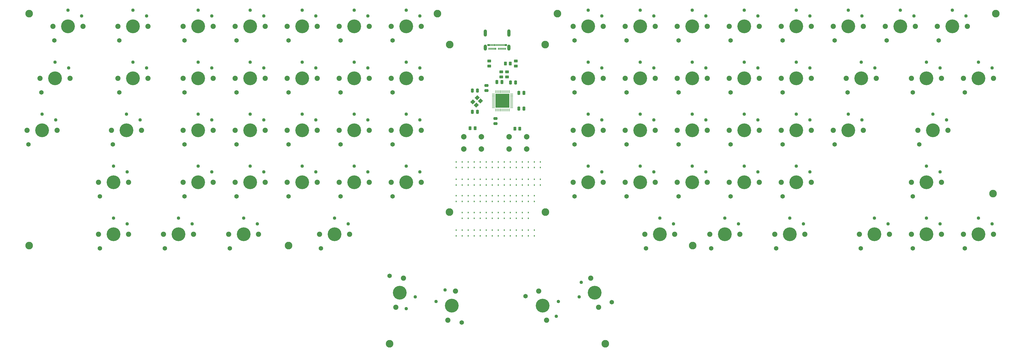
<source format=gts>
G04 #@! TF.GenerationSoftware,KiCad,Pcbnew,(6.0.10)*
G04 #@! TF.CreationDate,2023-02-11T23:58:13+13:00*
G04 #@! TF.ProjectId,orthoCode,6f727468-6f43-46f6-9465-2e6b69636164,rev?*
G04 #@! TF.SameCoordinates,Original*
G04 #@! TF.FileFunction,Soldermask,Top*
G04 #@! TF.FilePolarity,Negative*
%FSLAX46Y46*%
G04 Gerber Fmt 4.6, Leading zero omitted, Abs format (unit mm)*
G04 Created by KiCad (PCBNEW (6.0.10)) date 2023-02-11 23:58:13*
%MOMM*%
%LPD*%
G01*
G04 APERTURE LIST*
G04 Aperture macros list*
%AMRoundRect*
0 Rectangle with rounded corners*
0 $1 Rounding radius*
0 $2 $3 $4 $5 $6 $7 $8 $9 X,Y pos of 4 corners*
0 Add a 4 corners polygon primitive as box body*
4,1,4,$2,$3,$4,$5,$6,$7,$8,$9,$2,$3,0*
0 Add four circle primitives for the rounded corners*
1,1,$1+$1,$2,$3*
1,1,$1+$1,$4,$5*
1,1,$1+$1,$6,$7*
1,1,$1+$1,$8,$9*
0 Add four rect primitives between the rounded corners*
20,1,$1+$1,$2,$3,$4,$5,0*
20,1,$1+$1,$4,$5,$6,$7,0*
20,1,$1+$1,$6,$7,$8,$9,0*
20,1,$1+$1,$8,$9,$2,$3,0*%
%AMRotRect*
0 Rectangle, with rotation*
0 The origin of the aperture is its center*
0 $1 length*
0 $2 width*
0 $3 Rotation angle, in degrees counterclockwise*
0 Add horizontal line*
21,1,$1,$2,0,0,$3*%
G04 Aperture macros list end*
%ADD10C,2.800000*%
%ADD11C,2.000000*%
%ADD12RoundRect,0.250000X0.250000X0.475000X-0.250000X0.475000X-0.250000X-0.475000X0.250000X-0.475000X0*%
%ADD13R,0.450000X0.600000*%
%ADD14C,1.900000*%
%ADD15C,1.250000*%
%ADD16C,5.050000*%
%ADD17C,1.650000*%
%ADD18RoundRect,0.250000X-0.250000X-0.475000X0.250000X-0.475000X0.250000X0.475000X-0.250000X0.475000X0*%
%ADD19RoundRect,0.250000X0.450000X-0.262500X0.450000X0.262500X-0.450000X0.262500X-0.450000X-0.262500X0*%
%ADD20RoundRect,0.250000X0.262500X0.450000X-0.262500X0.450000X-0.262500X-0.450000X0.262500X-0.450000X0*%
%ADD21RoundRect,0.250000X-0.262500X-0.450000X0.262500X-0.450000X0.262500X0.450000X-0.262500X0.450000X0*%
%ADD22R,0.300000X0.700000*%
%ADD23R,1.000000X0.700000*%
%ADD24O,1.200000X2.200000*%
%ADD25O,1.200000X2.700000*%
%ADD26O,1.200000X2.600000*%
%ADD27RoundRect,0.250000X0.475000X-0.250000X0.475000X0.250000X-0.475000X0.250000X-0.475000X-0.250000X0*%
%ADD28RoundRect,0.062500X-0.062500X0.475000X-0.062500X-0.475000X0.062500X-0.475000X0.062500X0.475000X0*%
%ADD29RoundRect,0.062500X-0.475000X0.062500X-0.475000X-0.062500X0.475000X-0.062500X0.475000X0.062500X0*%
%ADD30R,5.200000X5.200000*%
%ADD31RotRect,1.400000X1.200000X45.000000*%
%ADD32RoundRect,0.250000X-0.475000X0.250000X-0.475000X-0.250000X0.475000X-0.250000X0.475000X0.250000X0*%
G04 APERTURE END LIST*
D10*
X184900000Y-134800000D03*
X184900000Y-134800000D03*
X220100000Y-134800000D03*
X220100000Y-134800000D03*
X242000000Y-183000000D03*
X242000000Y-183000000D03*
X274000000Y-147000000D03*
X274000000Y-147000000D03*
X384000000Y-128000000D03*
X384000000Y-128000000D03*
X385000000Y-62000000D03*
X385000000Y-62000000D03*
X224500000Y-62000000D03*
X224500000Y-62000000D03*
X220000000Y-73400000D03*
X220000000Y-73400000D03*
X185000000Y-73400000D03*
X185000000Y-73400000D03*
X180500000Y-62000000D03*
X180500000Y-62000000D03*
X31000000Y-62000000D03*
X31000000Y-62000000D03*
X31000000Y-147000000D03*
X31000000Y-147000000D03*
X126000000Y-147000000D03*
X126000000Y-147000000D03*
X163000000Y-183000000D03*
X163000000Y-183000000D03*
D11*
X213250000Y-107150000D03*
X206750000Y-107150000D03*
X206750000Y-111650000D03*
X213250000Y-111650000D03*
D12*
X195200000Y-98000000D03*
X193300000Y-98000000D03*
X195200000Y-90250000D03*
X193300000Y-90250000D03*
D13*
X202800000Y-141350000D03*
X202800000Y-143450000D03*
X187400000Y-141350000D03*
X187400000Y-143450000D03*
X189600000Y-141350000D03*
X189600000Y-143450000D03*
X191800000Y-141350000D03*
X191800000Y-143450000D03*
X194000000Y-141350000D03*
X194000000Y-143450000D03*
X196200000Y-141350000D03*
X196200000Y-143450000D03*
X198400000Y-141350000D03*
X198400000Y-143450000D03*
X200600000Y-141350000D03*
X200600000Y-143450000D03*
X216000000Y-141350000D03*
X216000000Y-143450000D03*
X213800000Y-141350000D03*
X213800000Y-143450000D03*
X211600000Y-141350000D03*
X211600000Y-143450000D03*
X209400000Y-141350000D03*
X209400000Y-143450000D03*
X207200000Y-141350000D03*
X207200000Y-143450000D03*
X205000000Y-141350000D03*
X205000000Y-143450000D03*
X200600000Y-134950000D03*
X200600000Y-137050000D03*
X198400000Y-134950000D03*
X198400000Y-137050000D03*
X196200000Y-134950000D03*
X196200000Y-137050000D03*
X194000000Y-134950000D03*
X194000000Y-137050000D03*
X191800000Y-134950000D03*
X191800000Y-137050000D03*
X189600000Y-134950000D03*
X189600000Y-137050000D03*
X213800000Y-134950000D03*
X213800000Y-137050000D03*
X211600000Y-134950000D03*
X211600000Y-137050000D03*
X209400000Y-134950000D03*
X209400000Y-137050000D03*
X207200000Y-134950000D03*
X207200000Y-137050000D03*
X205000000Y-134950000D03*
X205000000Y-137050000D03*
X202800000Y-137050000D03*
X202800000Y-134950000D03*
X187400000Y-130850000D03*
X187400000Y-128750000D03*
X189600000Y-130850000D03*
X189600000Y-128750000D03*
X191800000Y-130850000D03*
X191800000Y-128750000D03*
X194000000Y-130850000D03*
X194000000Y-128750000D03*
X196200000Y-130850000D03*
X196200000Y-128750000D03*
X198400000Y-130850000D03*
X198400000Y-128750000D03*
X200600000Y-130850000D03*
X200600000Y-128750000D03*
X202800000Y-130850000D03*
X202800000Y-128750000D03*
X205000000Y-130850000D03*
X205000000Y-128750000D03*
X207200000Y-130850000D03*
X207200000Y-128750000D03*
X209400000Y-128750000D03*
X209400000Y-130850000D03*
X211600000Y-130850000D03*
X211600000Y-128750000D03*
X213800000Y-130850000D03*
X213800000Y-128750000D03*
X216000000Y-130850000D03*
X216000000Y-128750000D03*
X187400000Y-124850000D03*
X187400000Y-122750000D03*
X189600000Y-122750000D03*
X189600000Y-124850000D03*
X191800000Y-124850000D03*
X191800000Y-122750000D03*
X194000000Y-124850000D03*
X194000000Y-122750000D03*
X196200000Y-124850000D03*
X196200000Y-122750000D03*
X198400000Y-124850000D03*
X198400000Y-122750000D03*
X200600000Y-124850000D03*
X200600000Y-122750000D03*
X202800000Y-124850000D03*
X202800000Y-122750000D03*
X205000000Y-124850000D03*
X205000000Y-122750000D03*
X207200000Y-124850000D03*
X207200000Y-122750000D03*
X209400000Y-124850000D03*
X209400000Y-122750000D03*
X211600000Y-124850000D03*
X211600000Y-122750000D03*
X213800000Y-124850000D03*
X213800000Y-122750000D03*
X216000000Y-124850000D03*
X216000000Y-122750000D03*
X218200000Y-124850000D03*
X218200000Y-122750000D03*
X187400000Y-118450000D03*
X187400000Y-116350000D03*
X189600000Y-118450000D03*
X189600000Y-116350000D03*
X191800000Y-118450000D03*
X191800000Y-116350000D03*
X194000000Y-118450000D03*
X194000000Y-116350000D03*
X196200000Y-118450000D03*
X196200000Y-116350000D03*
X198400000Y-118450000D03*
X198400000Y-116350000D03*
X200600000Y-118450000D03*
X200600000Y-116350000D03*
X202800000Y-118450000D03*
X202800000Y-116350000D03*
X205000000Y-118450000D03*
X205000000Y-116350000D03*
X207200000Y-118450000D03*
X207200000Y-116350000D03*
X209400000Y-118450000D03*
X209400000Y-116350000D03*
X211600000Y-118450000D03*
X211600000Y-116350000D03*
X213800000Y-118450000D03*
X213800000Y-116350000D03*
X216000000Y-118450000D03*
X216000000Y-116350000D03*
X218200000Y-118450000D03*
X218200000Y-116350000D03*
D14*
X239548505Y-169618842D03*
X236701495Y-158993658D03*
D15*
X232426038Y-165833282D03*
D16*
X238125000Y-164306250D03*
D17*
X244393613Y-167802961D03*
D15*
X233160387Y-160460133D03*
D14*
X67412500Y-142875000D03*
D15*
X66912500Y-139075000D03*
D16*
X61912500Y-142875000D03*
D14*
X56412500Y-142875000D03*
D17*
X56912500Y-148025000D03*
D15*
X61912500Y-136975000D03*
D14*
X91225000Y-142875000D03*
D16*
X85725000Y-142875000D03*
D15*
X90725000Y-139075000D03*
D14*
X80225000Y-142875000D03*
D15*
X85725000Y-136975000D03*
D17*
X80725000Y-148025000D03*
X104537500Y-148025000D03*
D15*
X109537500Y-136975000D03*
D14*
X104037500Y-142875000D03*
X115037500Y-142875000D03*
D15*
X114537500Y-139075000D03*
D16*
X109537500Y-142875000D03*
D14*
X137375000Y-142875000D03*
D17*
X137875000Y-148025000D03*
D15*
X147875000Y-139075000D03*
X142875000Y-136975000D03*
D16*
X142875000Y-142875000D03*
D14*
X148375000Y-142875000D03*
D17*
X163007077Y-158143703D03*
D14*
X168111005Y-158993658D03*
D16*
X166687500Y-164306250D03*
D14*
X165263995Y-169618842D03*
D15*
X172386462Y-165833282D03*
X169063923Y-170119392D03*
D14*
X187161005Y-163756158D03*
D15*
X183361077Y-163255608D03*
X180038538Y-167541718D03*
D14*
X184313995Y-174381342D03*
D17*
X189417923Y-175231297D03*
D16*
X185737500Y-169068750D03*
D15*
X224039613Y-172914867D03*
D14*
X217651495Y-163756158D03*
D15*
X224773962Y-167541718D03*
D14*
X220498505Y-174381342D03*
D17*
X212806387Y-165572039D03*
D16*
X219075000Y-169068750D03*
D14*
X267437500Y-142875000D03*
X256437500Y-142875000D03*
D15*
X266937500Y-139075000D03*
X261937500Y-136975000D03*
D17*
X256937500Y-148025000D03*
D16*
X261937500Y-142875000D03*
D14*
X280250000Y-142875000D03*
D15*
X285750000Y-136975000D03*
D14*
X291250000Y-142875000D03*
D17*
X280750000Y-148025000D03*
D15*
X290750000Y-139075000D03*
D16*
X285750000Y-142875000D03*
X309562500Y-142875000D03*
D15*
X314562500Y-139075000D03*
X309562500Y-136975000D03*
D14*
X304062500Y-142875000D03*
D17*
X304562500Y-148025000D03*
D14*
X315062500Y-142875000D03*
D15*
X345518750Y-139075000D03*
D16*
X340518750Y-142875000D03*
D14*
X335018750Y-142875000D03*
D15*
X340518750Y-136975000D03*
D17*
X335518750Y-148025000D03*
D14*
X346018750Y-142875000D03*
D15*
X364568750Y-139075000D03*
D14*
X354068750Y-142875000D03*
D15*
X359568750Y-136975000D03*
D14*
X365068750Y-142875000D03*
D16*
X359568750Y-142875000D03*
D17*
X354568750Y-148025000D03*
D16*
X378618750Y-142875000D03*
D15*
X378618750Y-136975000D03*
D14*
X384118750Y-142875000D03*
D15*
X383618750Y-139075000D03*
D17*
X373618750Y-148025000D03*
D14*
X373118750Y-142875000D03*
X87368750Y-123825000D03*
D17*
X87868750Y-128975000D03*
D16*
X92868750Y-123825000D03*
D15*
X97868750Y-120025000D03*
D14*
X98368750Y-123825000D03*
D15*
X92868750Y-117925000D03*
D17*
X106918750Y-128975000D03*
D16*
X111918750Y-123825000D03*
D15*
X116918750Y-120025000D03*
X111918750Y-117925000D03*
D14*
X106418750Y-123825000D03*
X117418750Y-123825000D03*
X136468750Y-123825000D03*
D15*
X135968750Y-120025000D03*
D14*
X125468750Y-123825000D03*
D17*
X125968750Y-128975000D03*
D15*
X130968750Y-117925000D03*
D16*
X130968750Y-123825000D03*
D17*
X145018750Y-128975000D03*
D14*
X144518750Y-123825000D03*
D16*
X150018750Y-123825000D03*
D15*
X150018750Y-117925000D03*
X155018750Y-120025000D03*
D14*
X155518750Y-123825000D03*
D15*
X174068750Y-120025000D03*
D14*
X174568750Y-123825000D03*
X163568750Y-123825000D03*
D16*
X169068750Y-123825000D03*
D17*
X164068750Y-128975000D03*
D15*
X169068750Y-117925000D03*
D16*
X235743750Y-123825000D03*
D15*
X235743750Y-117925000D03*
X240743750Y-120025000D03*
D17*
X230743750Y-128975000D03*
D14*
X241243750Y-123825000D03*
X230243750Y-123825000D03*
D15*
X254793750Y-117925000D03*
D14*
X249293750Y-123825000D03*
D16*
X254793750Y-123825000D03*
D14*
X260293750Y-123825000D03*
D17*
X249793750Y-128975000D03*
D15*
X259793750Y-120025000D03*
D14*
X279343750Y-123825000D03*
D16*
X273843750Y-123825000D03*
D14*
X268343750Y-123825000D03*
D15*
X273843750Y-117925000D03*
X278843750Y-120025000D03*
D17*
X268843750Y-128975000D03*
D15*
X297893750Y-120025000D03*
D16*
X292893750Y-123825000D03*
D15*
X292893750Y-117925000D03*
D14*
X287393750Y-123825000D03*
D17*
X287893750Y-128975000D03*
D14*
X298393750Y-123825000D03*
D15*
X316943750Y-120025000D03*
D16*
X311943750Y-123825000D03*
D14*
X317443750Y-123825000D03*
D15*
X311943750Y-117925000D03*
D17*
X306943750Y-128975000D03*
D14*
X306443750Y-123825000D03*
X354068750Y-123825000D03*
X365068750Y-123825000D03*
D16*
X359568750Y-123825000D03*
D17*
X354568750Y-128975000D03*
D15*
X359568750Y-117925000D03*
X364568750Y-120025000D03*
D14*
X41218750Y-104775000D03*
X30218750Y-104775000D03*
D16*
X35718750Y-104775000D03*
D15*
X40718750Y-100975000D03*
D17*
X30718750Y-109925000D03*
D15*
X35718750Y-98875000D03*
D17*
X61675000Y-109925000D03*
D14*
X72175000Y-104775000D03*
X61175000Y-104775000D03*
D15*
X71675000Y-100975000D03*
D16*
X66675000Y-104775000D03*
D15*
X66675000Y-98875000D03*
X97868750Y-100975000D03*
D17*
X87868750Y-109925000D03*
D14*
X87368750Y-104775000D03*
D16*
X92868750Y-104775000D03*
D15*
X92868750Y-98875000D03*
D14*
X98368750Y-104775000D03*
D15*
X116918750Y-100975000D03*
X111918750Y-98875000D03*
D14*
X117418750Y-104775000D03*
D17*
X106918750Y-109925000D03*
D16*
X111918750Y-104775000D03*
D14*
X106418750Y-104775000D03*
D15*
X135968750Y-100975000D03*
D14*
X125468750Y-104775000D03*
X136468750Y-104775000D03*
D16*
X130968750Y-104775000D03*
D15*
X130968750Y-98875000D03*
D17*
X125968750Y-109925000D03*
D15*
X150018750Y-98875000D03*
D14*
X155518750Y-104775000D03*
D17*
X145018750Y-109925000D03*
D14*
X144518750Y-104775000D03*
D15*
X155018750Y-100975000D03*
D16*
X150018750Y-104775000D03*
D17*
X164068750Y-109925000D03*
D16*
X169068750Y-104775000D03*
D15*
X169068750Y-98875000D03*
D14*
X163568750Y-104775000D03*
X174568750Y-104775000D03*
D15*
X174068750Y-100975000D03*
D14*
X230243750Y-104775000D03*
D17*
X230743750Y-109925000D03*
D14*
X241243750Y-104775000D03*
D15*
X240743750Y-100975000D03*
X235743750Y-98875000D03*
D16*
X235743750Y-104775000D03*
D14*
X249293750Y-104775000D03*
D15*
X254793750Y-98875000D03*
X259793750Y-100975000D03*
D14*
X260293750Y-104775000D03*
D17*
X249793750Y-109925000D03*
D16*
X254793750Y-104775000D03*
D17*
X268843750Y-109925000D03*
D15*
X273843750Y-98875000D03*
D16*
X273843750Y-104775000D03*
D14*
X268343750Y-104775000D03*
D15*
X278843750Y-100975000D03*
D14*
X279343750Y-104775000D03*
X298393750Y-104775000D03*
D15*
X297893750Y-100975000D03*
D16*
X292893750Y-104775000D03*
D17*
X287893750Y-109925000D03*
D14*
X287393750Y-104775000D03*
D15*
X292893750Y-98875000D03*
D17*
X306943750Y-109925000D03*
D15*
X311943750Y-98875000D03*
D14*
X317443750Y-104775000D03*
D15*
X316943750Y-100975000D03*
D14*
X306443750Y-104775000D03*
D16*
X311943750Y-104775000D03*
D15*
X335993750Y-100975000D03*
D14*
X325493750Y-104775000D03*
D16*
X330993750Y-104775000D03*
D15*
X330993750Y-98875000D03*
D14*
X336493750Y-104775000D03*
D17*
X325993750Y-109925000D03*
D14*
X356450000Y-104775000D03*
D17*
X356950000Y-109925000D03*
D16*
X361950000Y-104775000D03*
D15*
X361950000Y-98875000D03*
X366950000Y-100975000D03*
D14*
X367450000Y-104775000D03*
X34981250Y-85725000D03*
D16*
X40481250Y-85725000D03*
D15*
X40481250Y-79825000D03*
D17*
X35481250Y-90875000D03*
D14*
X45981250Y-85725000D03*
D15*
X45481250Y-81925000D03*
D14*
X74556250Y-85725000D03*
D15*
X69056250Y-79825000D03*
D16*
X69056250Y-85725000D03*
D14*
X63556250Y-85725000D03*
D15*
X74056250Y-81925000D03*
D17*
X64056250Y-90875000D03*
D15*
X97868750Y-81925000D03*
D17*
X87868750Y-90875000D03*
D14*
X98368750Y-85725000D03*
X87368750Y-85725000D03*
D15*
X92868750Y-79825000D03*
D16*
X92868750Y-85725000D03*
D14*
X117418750Y-85725000D03*
D15*
X116918750Y-81925000D03*
D14*
X106418750Y-85725000D03*
D15*
X111918750Y-79825000D03*
D16*
X111918750Y-85725000D03*
D17*
X106918750Y-90875000D03*
D15*
X130968750Y-79825000D03*
D17*
X125968750Y-90875000D03*
D14*
X136468750Y-85725000D03*
D15*
X135968750Y-81925000D03*
D14*
X125468750Y-85725000D03*
D16*
X130968750Y-85725000D03*
D14*
X155518750Y-85725000D03*
X144518750Y-85725000D03*
D16*
X150018750Y-85725000D03*
D17*
X145018750Y-90875000D03*
D15*
X155018750Y-81925000D03*
X150018750Y-79825000D03*
X174068750Y-81925000D03*
X169068750Y-79825000D03*
D14*
X163568750Y-85725000D03*
D16*
X169068750Y-85725000D03*
D17*
X164068750Y-90875000D03*
D14*
X174568750Y-85725000D03*
X230243750Y-85725000D03*
D17*
X230743750Y-90875000D03*
D14*
X241243750Y-85725000D03*
D15*
X240743750Y-81925000D03*
D16*
X235743750Y-85725000D03*
D15*
X235743750Y-79825000D03*
D16*
X254793750Y-85725000D03*
D17*
X249793750Y-90875000D03*
D15*
X259793750Y-81925000D03*
X254793750Y-79825000D03*
D14*
X260293750Y-85725000D03*
X249293750Y-85725000D03*
D15*
X278843750Y-81925000D03*
D14*
X268343750Y-85725000D03*
D15*
X273843750Y-79825000D03*
D17*
X268843750Y-90875000D03*
D14*
X279343750Y-85725000D03*
D16*
X273843750Y-85725000D03*
D17*
X287893750Y-90875000D03*
D15*
X297893750Y-81925000D03*
X292893750Y-79825000D03*
D16*
X292893750Y-85725000D03*
D14*
X287393750Y-85725000D03*
X298393750Y-85725000D03*
D16*
X311943750Y-85725000D03*
D14*
X317443750Y-85725000D03*
D17*
X306943750Y-90875000D03*
D14*
X306443750Y-85725000D03*
D15*
X311943750Y-79825000D03*
X316943750Y-81925000D03*
D14*
X341256250Y-85725000D03*
D15*
X335756250Y-79825000D03*
X340756250Y-81925000D03*
D16*
X335756250Y-85725000D03*
D17*
X330756250Y-90875000D03*
D14*
X330256250Y-85725000D03*
X354068750Y-85725000D03*
D15*
X364568750Y-81925000D03*
D14*
X365068750Y-85725000D03*
D16*
X359568750Y-85725000D03*
D17*
X354568750Y-90875000D03*
D15*
X359568750Y-79825000D03*
D14*
X373118750Y-85725000D03*
X384118750Y-85725000D03*
D15*
X383618750Y-81925000D03*
X378618750Y-79825000D03*
D17*
X373618750Y-90875000D03*
D16*
X378618750Y-85725000D03*
D15*
X45243750Y-60775000D03*
D14*
X50743750Y-66675000D03*
X39743750Y-66675000D03*
D15*
X50243750Y-62875000D03*
D17*
X40243750Y-71825000D03*
D16*
X45243750Y-66675000D03*
D15*
X69056250Y-60775000D03*
D14*
X74556250Y-66675000D03*
D16*
X69056250Y-66675000D03*
D14*
X63556250Y-66675000D03*
D15*
X74056250Y-62875000D03*
D17*
X64056250Y-71825000D03*
D15*
X92868750Y-60775000D03*
X97868750Y-62875000D03*
D16*
X92868750Y-66675000D03*
D14*
X87368750Y-66675000D03*
D17*
X87868750Y-71825000D03*
D14*
X98368750Y-66675000D03*
X117418750Y-66675000D03*
X106418750Y-66675000D03*
D15*
X116918750Y-62875000D03*
D17*
X106918750Y-71825000D03*
D16*
X111918750Y-66675000D03*
D15*
X111918750Y-60775000D03*
X135968750Y-62875000D03*
D14*
X125468750Y-66675000D03*
D15*
X130968750Y-60775000D03*
D17*
X125968750Y-71825000D03*
D16*
X130968750Y-66675000D03*
D14*
X136468750Y-66675000D03*
X155518750Y-66675000D03*
D15*
X155018750Y-62875000D03*
D16*
X150018750Y-66675000D03*
D15*
X150018750Y-60775000D03*
D14*
X144518750Y-66675000D03*
D17*
X145018750Y-71825000D03*
D15*
X169068750Y-60775000D03*
D14*
X174568750Y-66675000D03*
D15*
X174068750Y-62875000D03*
D16*
X169068750Y-66675000D03*
D17*
X164068750Y-71825000D03*
D14*
X163568750Y-66675000D03*
X230243750Y-66675000D03*
D15*
X235743750Y-60775000D03*
D16*
X235743750Y-66675000D03*
D14*
X241243750Y-66675000D03*
D15*
X240743750Y-62875000D03*
D17*
X230743750Y-71825000D03*
D14*
X260293750Y-66675000D03*
D17*
X249793750Y-71825000D03*
D14*
X249293750Y-66675000D03*
D15*
X254793750Y-60775000D03*
D16*
X254793750Y-66675000D03*
D15*
X259793750Y-62875000D03*
X278843750Y-62875000D03*
D16*
X273843750Y-66675000D03*
D14*
X279343750Y-66675000D03*
D15*
X273843750Y-60775000D03*
D17*
X268843750Y-71825000D03*
D14*
X268343750Y-66675000D03*
X298393750Y-66675000D03*
D15*
X297893750Y-62875000D03*
D14*
X287393750Y-66675000D03*
D16*
X292893750Y-66675000D03*
D15*
X292893750Y-60775000D03*
D17*
X287893750Y-71825000D03*
D14*
X317443750Y-66675000D03*
D15*
X311943750Y-60775000D03*
D14*
X306443750Y-66675000D03*
D17*
X306943750Y-71825000D03*
D16*
X311943750Y-66675000D03*
D15*
X316943750Y-62875000D03*
X335993750Y-62875000D03*
X330993750Y-60775000D03*
D14*
X336493750Y-66675000D03*
X325493750Y-66675000D03*
D16*
X330993750Y-66675000D03*
D17*
X325993750Y-71825000D03*
D16*
X350043750Y-66675000D03*
D14*
X344543750Y-66675000D03*
D15*
X355043750Y-62875000D03*
D14*
X355543750Y-66675000D03*
D15*
X350043750Y-60775000D03*
D17*
X345043750Y-71825000D03*
X364093750Y-71825000D03*
D16*
X369093750Y-66675000D03*
D15*
X369093750Y-60775000D03*
D14*
X363593750Y-66675000D03*
D15*
X374093750Y-62875000D03*
D14*
X374593750Y-66675000D03*
D11*
X190150000Y-111650000D03*
X196650000Y-111650000D03*
X196650000Y-107150000D03*
X190150000Y-107150000D03*
D16*
X61912500Y-123825000D03*
D14*
X67412500Y-123825000D03*
D15*
X61912500Y-117925000D03*
X66912500Y-120025000D03*
D17*
X56912500Y-128975000D03*
D14*
X56412500Y-123825000D03*
D18*
X210300000Y-91062500D03*
X212200000Y-91062500D03*
X207250000Y-87300000D03*
X209150000Y-87300000D03*
X210300000Y-96812500D03*
X212200000Y-96812500D03*
D19*
X209250000Y-81225000D03*
X209250000Y-79400000D03*
X199500000Y-81225000D03*
X199500000Y-79400000D03*
X206000000Y-85212500D03*
X206000000Y-83387500D03*
X203900000Y-85212500D03*
X203900000Y-83387500D03*
D20*
X207212500Y-80300000D03*
X205387500Y-80300000D03*
X194312500Y-104000000D03*
X192487500Y-104000000D03*
D18*
X202250000Y-87100000D03*
X204150000Y-87100000D03*
D21*
X208887500Y-104200000D03*
X210712500Y-104200000D03*
D22*
X205400000Y-74882500D03*
X204900000Y-74882500D03*
X204400000Y-74882500D03*
X203900000Y-74882500D03*
X203400000Y-74882500D03*
X202900000Y-74882500D03*
X201900000Y-74882500D03*
X201400000Y-74882500D03*
X200900000Y-74882500D03*
X200400000Y-74882500D03*
X199900000Y-74882500D03*
X199400000Y-74882500D03*
D23*
X199300000Y-73582500D03*
D22*
X200150000Y-73582500D03*
X200650000Y-73582500D03*
X201150000Y-73582500D03*
X201650000Y-73582500D03*
X202150000Y-73582500D03*
X202650000Y-73582500D03*
X203150000Y-73582500D03*
X203650000Y-73582500D03*
X204150000Y-73582500D03*
X204650000Y-73582500D03*
D23*
X205500000Y-73582500D03*
D24*
X206720000Y-74472500D03*
X198080000Y-74472500D03*
D25*
X206720000Y-69112500D03*
D26*
X198080000Y-69112500D03*
D27*
X198500000Y-90262500D03*
X198500000Y-88362500D03*
D28*
X206850000Y-90625000D03*
X206350000Y-90625000D03*
X205850000Y-90625000D03*
X205350000Y-90625000D03*
X204850000Y-90625000D03*
X204350000Y-90625000D03*
X203850000Y-90625000D03*
X203350000Y-90625000D03*
X202850000Y-90625000D03*
X202350000Y-90625000D03*
X201850000Y-90625000D03*
D29*
X201012500Y-91462500D03*
X201012500Y-91962500D03*
X201012500Y-92462500D03*
X201012500Y-92962500D03*
X201012500Y-93462500D03*
X201012500Y-93962500D03*
X201012500Y-94462500D03*
X201012500Y-94962500D03*
X201012500Y-95462500D03*
X201012500Y-95962500D03*
X201012500Y-96462500D03*
D28*
X201850000Y-97300000D03*
X202350000Y-97300000D03*
X202850000Y-97300000D03*
X203350000Y-97300000D03*
X203850000Y-97300000D03*
X204350000Y-97300000D03*
X204850000Y-97300000D03*
X205350000Y-97300000D03*
X205850000Y-97300000D03*
X206350000Y-97300000D03*
X206850000Y-97300000D03*
D29*
X207687500Y-96462500D03*
X207687500Y-95962500D03*
X207687500Y-95462500D03*
X207687500Y-94962500D03*
X207687500Y-94462500D03*
X207687500Y-93962500D03*
X207687500Y-93462500D03*
X207687500Y-92962500D03*
X207687500Y-92462500D03*
X207687500Y-91962500D03*
X207687500Y-91462500D03*
D30*
X204350000Y-93962500D03*
D31*
X194723223Y-95578858D03*
X196278858Y-94023223D03*
X195076777Y-92821142D03*
X193521142Y-94376777D03*
D32*
X201800000Y-100450000D03*
X201800000Y-102350000D03*
M02*

</source>
